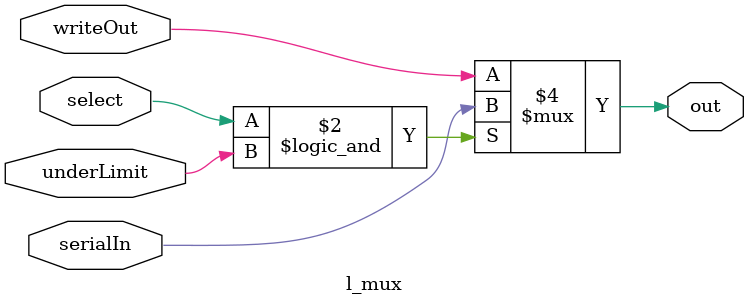
<source format=v>
module l_mux( input wire writeOut, input wire underLimit, input wire serialIn, input wire select, output reg out);

always @(*) begin
	if(select && underLimit) out = serialIn;
	else out = writeOut;
end

endmodule

</source>
